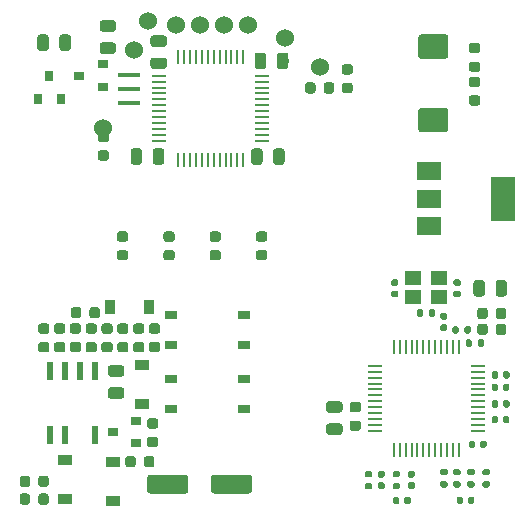
<source format=gbr>
%TF.GenerationSoftware,KiCad,Pcbnew,5.1.9+dfsg1-1*%
%TF.CreationDate,2022-05-19T12:27:24+03:00*%
%TF.ProjectId,Anemometr,416e656d-6f6d-4657-9472-2e6b69636164,rev?*%
%TF.SameCoordinates,Original*%
%TF.FileFunction,Soldermask,Top*%
%TF.FilePolarity,Negative*%
%FSLAX46Y46*%
G04 Gerber Fmt 4.6, Leading zero omitted, Abs format (unit mm)*
G04 Created by KiCad (PCBNEW 5.1.9+dfsg1-1) date 2022-05-19 12:27:24*
%MOMM*%
%LPD*%
G01*
G04 APERTURE LIST*
%ADD10C,1.000000*%
%ADD11R,1.400000X1.200000*%
%ADD12R,0.900000X0.800000*%
%ADD13R,0.800000X0.900000*%
%ADD14R,2.000000X1.500000*%
%ADD15R,2.000000X3.800000*%
%ADD16R,1.900000X0.400000*%
%ADD17C,1.524000*%
%ADD18R,0.250000X1.300000*%
%ADD19R,1.300000X0.250000*%
%ADD20R,1.000000X0.800000*%
%ADD21R,1.200000X0.900000*%
%ADD22R,0.600000X1.550000*%
%ADD23R,0.900000X1.200000*%
G04 APERTURE END LIST*
D10*
X43596800Y-64909700D02*
X43596800Y-64909700D01*
D11*
%TO.C,Y2*%
X54650000Y-83275000D03*
X56850000Y-83275000D03*
X56850000Y-84875000D03*
X54650000Y-84875000D03*
%TD*%
%TO.C,R18*%
G36*
G01*
X59730220Y-100018880D02*
X59360220Y-100018880D01*
G75*
G02*
X59225220Y-99883880I0J135000D01*
G01*
X59225220Y-99613880D01*
G75*
G02*
X59360220Y-99478880I135000J0D01*
G01*
X59730220Y-99478880D01*
G75*
G02*
X59865220Y-99613880I0J-135000D01*
G01*
X59865220Y-99883880D01*
G75*
G02*
X59730220Y-100018880I-135000J0D01*
G01*
G37*
G36*
G01*
X59730220Y-101038880D02*
X59360220Y-101038880D01*
G75*
G02*
X59225220Y-100903880I0J135000D01*
G01*
X59225220Y-100633880D01*
G75*
G02*
X59360220Y-100498880I135000J0D01*
G01*
X59730220Y-100498880D01*
G75*
G02*
X59865220Y-100633880I0J-135000D01*
G01*
X59865220Y-100903880D01*
G75*
G02*
X59730220Y-101038880I-135000J0D01*
G01*
G37*
%TD*%
%TO.C,R14*%
G36*
G01*
X51058660Y-100176360D02*
X50688660Y-100176360D01*
G75*
G02*
X50553660Y-100041360I0J135000D01*
G01*
X50553660Y-99771360D01*
G75*
G02*
X50688660Y-99636360I135000J0D01*
G01*
X51058660Y-99636360D01*
G75*
G02*
X51193660Y-99771360I0J-135000D01*
G01*
X51193660Y-100041360D01*
G75*
G02*
X51058660Y-100176360I-135000J0D01*
G01*
G37*
G36*
G01*
X51058660Y-101196360D02*
X50688660Y-101196360D01*
G75*
G02*
X50553660Y-101061360I0J135000D01*
G01*
X50553660Y-100791360D01*
G75*
G02*
X50688660Y-100656360I135000J0D01*
G01*
X51058660Y-100656360D01*
G75*
G02*
X51193660Y-100791360I0J-135000D01*
G01*
X51193660Y-101061360D01*
G75*
G02*
X51058660Y-101196360I-135000J0D01*
G01*
G37*
%TD*%
%TO.C,R12*%
G36*
G01*
X53413240Y-100176360D02*
X53043240Y-100176360D01*
G75*
G02*
X52908240Y-100041360I0J135000D01*
G01*
X52908240Y-99771360D01*
G75*
G02*
X53043240Y-99636360I135000J0D01*
G01*
X53413240Y-99636360D01*
G75*
G02*
X53548240Y-99771360I0J-135000D01*
G01*
X53548240Y-100041360D01*
G75*
G02*
X53413240Y-100176360I-135000J0D01*
G01*
G37*
G36*
G01*
X53413240Y-101196360D02*
X53043240Y-101196360D01*
G75*
G02*
X52908240Y-101061360I0J135000D01*
G01*
X52908240Y-100791360D01*
G75*
G02*
X53043240Y-100656360I135000J0D01*
G01*
X53413240Y-100656360D01*
G75*
G02*
X53548240Y-100791360I0J-135000D01*
G01*
X53548240Y-101061360D01*
G75*
G02*
X53413240Y-101196360I-135000J0D01*
G01*
G37*
%TD*%
%TO.C,R11*%
G36*
G01*
X57446760Y-100018880D02*
X57076760Y-100018880D01*
G75*
G02*
X56941760Y-99883880I0J135000D01*
G01*
X56941760Y-99613880D01*
G75*
G02*
X57076760Y-99478880I135000J0D01*
G01*
X57446760Y-99478880D01*
G75*
G02*
X57581760Y-99613880I0J-135000D01*
G01*
X57581760Y-99883880D01*
G75*
G02*
X57446760Y-100018880I-135000J0D01*
G01*
G37*
G36*
G01*
X57446760Y-101038880D02*
X57076760Y-101038880D01*
G75*
G02*
X56941760Y-100903880I0J135000D01*
G01*
X56941760Y-100633880D01*
G75*
G02*
X57076760Y-100498880I135000J0D01*
G01*
X57446760Y-100498880D01*
G75*
G02*
X57581760Y-100633880I0J-135000D01*
G01*
X57581760Y-100903880D01*
G75*
G02*
X57446760Y-101038880I-135000J0D01*
G01*
G37*
%TD*%
%TO.C,R10*%
G36*
G01*
X61020540Y-100018880D02*
X60650540Y-100018880D01*
G75*
G02*
X60515540Y-99883880I0J135000D01*
G01*
X60515540Y-99613880D01*
G75*
G02*
X60650540Y-99478880I135000J0D01*
G01*
X61020540Y-99478880D01*
G75*
G02*
X61155540Y-99613880I0J-135000D01*
G01*
X61155540Y-99883880D01*
G75*
G02*
X61020540Y-100018880I-135000J0D01*
G01*
G37*
G36*
G01*
X61020540Y-101038880D02*
X60650540Y-101038880D01*
G75*
G02*
X60515540Y-100903880I0J135000D01*
G01*
X60515540Y-100633880D01*
G75*
G02*
X60650540Y-100498880I135000J0D01*
G01*
X61020540Y-100498880D01*
G75*
G02*
X61155540Y-100633880I0J-135000D01*
G01*
X61155540Y-100903880D01*
G75*
G02*
X61020540Y-101038880I-135000J0D01*
G01*
G37*
%TD*%
%TO.C,R9*%
G36*
G01*
X58528800Y-100018880D02*
X58158800Y-100018880D01*
G75*
G02*
X58023800Y-99883880I0J135000D01*
G01*
X58023800Y-99613880D01*
G75*
G02*
X58158800Y-99478880I135000J0D01*
G01*
X58528800Y-99478880D01*
G75*
G02*
X58663800Y-99613880I0J-135000D01*
G01*
X58663800Y-99883880D01*
G75*
G02*
X58528800Y-100018880I-135000J0D01*
G01*
G37*
G36*
G01*
X58528800Y-101038880D02*
X58158800Y-101038880D01*
G75*
G02*
X58023800Y-100903880I0J135000D01*
G01*
X58023800Y-100633880D01*
G75*
G02*
X58158800Y-100498880I135000J0D01*
G01*
X58528800Y-100498880D01*
G75*
G02*
X58663800Y-100633880I0J-135000D01*
G01*
X58663800Y-100903880D01*
G75*
G02*
X58528800Y-101038880I-135000J0D01*
G01*
G37*
%TD*%
%TO.C,C26*%
G36*
G01*
X51780620Y-100596360D02*
X52120620Y-100596360D01*
G75*
G02*
X52260620Y-100736360I0J-140000D01*
G01*
X52260620Y-101016360D01*
G75*
G02*
X52120620Y-101156360I-140000J0D01*
G01*
X51780620Y-101156360D01*
G75*
G02*
X51640620Y-101016360I0J140000D01*
G01*
X51640620Y-100736360D01*
G75*
G02*
X51780620Y-100596360I140000J0D01*
G01*
G37*
G36*
G01*
X51780620Y-99636360D02*
X52120620Y-99636360D01*
G75*
G02*
X52260620Y-99776360I0J-140000D01*
G01*
X52260620Y-100056360D01*
G75*
G02*
X52120620Y-100196360I-140000J0D01*
G01*
X51780620Y-100196360D01*
G75*
G02*
X51640620Y-100056360I0J140000D01*
G01*
X51640620Y-99776360D01*
G75*
G02*
X51780620Y-99636360I140000J0D01*
G01*
G37*
%TD*%
%TO.C,C25*%
G36*
G01*
X54328240Y-100596360D02*
X54668240Y-100596360D01*
G75*
G02*
X54808240Y-100736360I0J-140000D01*
G01*
X54808240Y-101016360D01*
G75*
G02*
X54668240Y-101156360I-140000J0D01*
G01*
X54328240Y-101156360D01*
G75*
G02*
X54188240Y-101016360I0J140000D01*
G01*
X54188240Y-100736360D01*
G75*
G02*
X54328240Y-100596360I140000J0D01*
G01*
G37*
G36*
G01*
X54328240Y-99636360D02*
X54668240Y-99636360D01*
G75*
G02*
X54808240Y-99776360I0J-140000D01*
G01*
X54808240Y-100056360D01*
G75*
G02*
X54668240Y-100196360I-140000J0D01*
G01*
X54328240Y-100196360D01*
G75*
G02*
X54188240Y-100056360I0J140000D01*
G01*
X54188240Y-99776360D01*
G75*
G02*
X54328240Y-99636360I140000J0D01*
G01*
G37*
%TD*%
%TO.C,C20*%
G36*
G01*
X58885480Y-101960860D02*
X58885480Y-102300860D01*
G75*
G02*
X58745480Y-102440860I-140000J0D01*
G01*
X58465480Y-102440860D01*
G75*
G02*
X58325480Y-102300860I0J140000D01*
G01*
X58325480Y-101960860D01*
G75*
G02*
X58465480Y-101820860I140000J0D01*
G01*
X58745480Y-101820860D01*
G75*
G02*
X58885480Y-101960860I0J-140000D01*
G01*
G37*
G36*
G01*
X59845480Y-101960860D02*
X59845480Y-102300860D01*
G75*
G02*
X59705480Y-102440860I-140000J0D01*
G01*
X59425480Y-102440860D01*
G75*
G02*
X59285480Y-102300860I0J140000D01*
G01*
X59285480Y-101960860D01*
G75*
G02*
X59425480Y-101820860I140000J0D01*
G01*
X59705480Y-101820860D01*
G75*
G02*
X59845480Y-101960860I0J-140000D01*
G01*
G37*
%TD*%
%TO.C,C16*%
G36*
G01*
X53493060Y-101988800D02*
X53493060Y-102328800D01*
G75*
G02*
X53353060Y-102468800I-140000J0D01*
G01*
X53073060Y-102468800D01*
G75*
G02*
X52933060Y-102328800I0J140000D01*
G01*
X52933060Y-101988800D01*
G75*
G02*
X53073060Y-101848800I140000J0D01*
G01*
X53353060Y-101848800D01*
G75*
G02*
X53493060Y-101988800I0J-140000D01*
G01*
G37*
G36*
G01*
X54453060Y-101988800D02*
X54453060Y-102328800D01*
G75*
G02*
X54313060Y-102468800I-140000J0D01*
G01*
X54033060Y-102468800D01*
G75*
G02*
X53893060Y-102328800I0J140000D01*
G01*
X53893060Y-101988800D01*
G75*
G02*
X54033060Y-101848800I140000J0D01*
G01*
X54313060Y-101848800D01*
G75*
G02*
X54453060Y-101988800I0J-140000D01*
G01*
G37*
%TD*%
%TO.C,C43*%
G36*
G01*
X62252200Y-94124600D02*
X62252200Y-93784600D01*
G75*
G02*
X62392200Y-93644600I140000J0D01*
G01*
X62672200Y-93644600D01*
G75*
G02*
X62812200Y-93784600I0J-140000D01*
G01*
X62812200Y-94124600D01*
G75*
G02*
X62672200Y-94264600I-140000J0D01*
G01*
X62392200Y-94264600D01*
G75*
G02*
X62252200Y-94124600I0J140000D01*
G01*
G37*
G36*
G01*
X61292200Y-94124600D02*
X61292200Y-93784600D01*
G75*
G02*
X61432200Y-93644600I140000J0D01*
G01*
X61712200Y-93644600D01*
G75*
G02*
X61852200Y-93784600I0J-140000D01*
G01*
X61852200Y-94124600D01*
G75*
G02*
X61712200Y-94264600I-140000J0D01*
G01*
X61432200Y-94264600D01*
G75*
G02*
X61292200Y-94124600I0J140000D01*
G01*
G37*
%TD*%
%TO.C,C15*%
G36*
G01*
X50014850Y-96246400D02*
X49502350Y-96246400D01*
G75*
G02*
X49283600Y-96027650I0J218750D01*
G01*
X49283600Y-95590150D01*
G75*
G02*
X49502350Y-95371400I218750J0D01*
G01*
X50014850Y-95371400D01*
G75*
G02*
X50233600Y-95590150I0J-218750D01*
G01*
X50233600Y-96027650D01*
G75*
G02*
X50014850Y-96246400I-218750J0D01*
G01*
G37*
G36*
G01*
X50014850Y-94671400D02*
X49502350Y-94671400D01*
G75*
G02*
X49283600Y-94452650I0J218750D01*
G01*
X49283600Y-94015150D01*
G75*
G02*
X49502350Y-93796400I218750J0D01*
G01*
X50014850Y-93796400D01*
G75*
G02*
X50233600Y-94015150I0J-218750D01*
G01*
X50233600Y-94452650D01*
G75*
G02*
X50014850Y-94671400I-218750J0D01*
G01*
G37*
%TD*%
%TO.C,R1*%
G36*
G01*
X55485000Y-86090000D02*
X55485000Y-86460000D01*
G75*
G02*
X55350000Y-86595000I-135000J0D01*
G01*
X55080000Y-86595000D01*
G75*
G02*
X54945000Y-86460000I0J135000D01*
G01*
X54945000Y-86090000D01*
G75*
G02*
X55080000Y-85955000I135000J0D01*
G01*
X55350000Y-85955000D01*
G75*
G02*
X55485000Y-86090000I0J-135000D01*
G01*
G37*
G36*
G01*
X56505000Y-86090000D02*
X56505000Y-86460000D01*
G75*
G02*
X56370000Y-86595000I-135000J0D01*
G01*
X56100000Y-86595000D01*
G75*
G02*
X55965000Y-86460000I0J135000D01*
G01*
X55965000Y-86090000D01*
G75*
G02*
X56100000Y-85955000I135000J0D01*
G01*
X56370000Y-85955000D01*
G75*
G02*
X56505000Y-86090000I0J-135000D01*
G01*
G37*
%TD*%
%TO.C,C7*%
G36*
G01*
X58205000Y-84375000D02*
X58545000Y-84375000D01*
G75*
G02*
X58685000Y-84515000I0J-140000D01*
G01*
X58685000Y-84795000D01*
G75*
G02*
X58545000Y-84935000I-140000J0D01*
G01*
X58205000Y-84935000D01*
G75*
G02*
X58065000Y-84795000I0J140000D01*
G01*
X58065000Y-84515000D01*
G75*
G02*
X58205000Y-84375000I140000J0D01*
G01*
G37*
G36*
G01*
X58205000Y-83415000D02*
X58545000Y-83415000D01*
G75*
G02*
X58685000Y-83555000I0J-140000D01*
G01*
X58685000Y-83835000D01*
G75*
G02*
X58545000Y-83975000I-140000J0D01*
G01*
X58205000Y-83975000D01*
G75*
G02*
X58065000Y-83835000I0J140000D01*
G01*
X58065000Y-83555000D01*
G75*
G02*
X58205000Y-83415000I140000J0D01*
G01*
G37*
%TD*%
%TO.C,C4*%
G36*
G01*
X53270000Y-83975000D02*
X52930000Y-83975000D01*
G75*
G02*
X52790000Y-83835000I0J140000D01*
G01*
X52790000Y-83555000D01*
G75*
G02*
X52930000Y-83415000I140000J0D01*
G01*
X53270000Y-83415000D01*
G75*
G02*
X53410000Y-83555000I0J-140000D01*
G01*
X53410000Y-83835000D01*
G75*
G02*
X53270000Y-83975000I-140000J0D01*
G01*
G37*
G36*
G01*
X53270000Y-84935000D02*
X52930000Y-84935000D01*
G75*
G02*
X52790000Y-84795000I0J140000D01*
G01*
X52790000Y-84515000D01*
G75*
G02*
X52930000Y-84375000I140000J0D01*
G01*
X53270000Y-84375000D01*
G75*
G02*
X53410000Y-84515000I0J-140000D01*
G01*
X53410000Y-84795000D01*
G75*
G02*
X53270000Y-84935000I-140000J0D01*
G01*
G37*
%TD*%
%TO.C,C14*%
G36*
G01*
X57080000Y-87225000D02*
X57420000Y-87225000D01*
G75*
G02*
X57560000Y-87365000I0J-140000D01*
G01*
X57560000Y-87645000D01*
G75*
G02*
X57420000Y-87785000I-140000J0D01*
G01*
X57080000Y-87785000D01*
G75*
G02*
X56940000Y-87645000I0J140000D01*
G01*
X56940000Y-87365000D01*
G75*
G02*
X57080000Y-87225000I140000J0D01*
G01*
G37*
G36*
G01*
X57080000Y-86265000D02*
X57420000Y-86265000D01*
G75*
G02*
X57560000Y-86405000I0J-140000D01*
G01*
X57560000Y-86685000D01*
G75*
G02*
X57420000Y-86825000I-140000J0D01*
G01*
X57080000Y-86825000D01*
G75*
G02*
X56940000Y-86685000I0J140000D01*
G01*
X56940000Y-86405000D01*
G75*
G02*
X57080000Y-86265000I140000J0D01*
G01*
G37*
%TD*%
%TO.C,C28*%
G36*
G01*
X60314180Y-97553600D02*
X60314180Y-97213600D01*
G75*
G02*
X60454180Y-97073600I140000J0D01*
G01*
X60734180Y-97073600D01*
G75*
G02*
X60874180Y-97213600I0J-140000D01*
G01*
X60874180Y-97553600D01*
G75*
G02*
X60734180Y-97693600I-140000J0D01*
G01*
X60454180Y-97693600D01*
G75*
G02*
X60314180Y-97553600I0J140000D01*
G01*
G37*
G36*
G01*
X59354180Y-97553600D02*
X59354180Y-97213600D01*
G75*
G02*
X59494180Y-97073600I140000J0D01*
G01*
X59774180Y-97073600D01*
G75*
G02*
X59914180Y-97213600I0J-140000D01*
G01*
X59914180Y-97553600D01*
G75*
G02*
X59774180Y-97693600I-140000J0D01*
G01*
X59494180Y-97693600D01*
G75*
G02*
X59354180Y-97553600I0J140000D01*
G01*
G37*
%TD*%
%TO.C,R2*%
G36*
G01*
X58510000Y-87508500D02*
X58510000Y-87878500D01*
G75*
G02*
X58375000Y-88013500I-135000J0D01*
G01*
X58105000Y-88013500D01*
G75*
G02*
X57970000Y-87878500I0J135000D01*
G01*
X57970000Y-87508500D01*
G75*
G02*
X58105000Y-87373500I135000J0D01*
G01*
X58375000Y-87373500D01*
G75*
G02*
X58510000Y-87508500I0J-135000D01*
G01*
G37*
G36*
G01*
X59530000Y-87508500D02*
X59530000Y-87878500D01*
G75*
G02*
X59395000Y-88013500I-135000J0D01*
G01*
X59125000Y-88013500D01*
G75*
G02*
X58990000Y-87878500I0J135000D01*
G01*
X58990000Y-87508500D01*
G75*
G02*
X59125000Y-87373500I135000J0D01*
G01*
X59395000Y-87373500D01*
G75*
G02*
X59530000Y-87508500I0J-135000D01*
G01*
G37*
%TD*%
%TO.C,C39*%
G36*
G01*
X62250000Y-95470000D02*
X62250000Y-95130000D01*
G75*
G02*
X62390000Y-94990000I140000J0D01*
G01*
X62670000Y-94990000D01*
G75*
G02*
X62810000Y-95130000I0J-140000D01*
G01*
X62810000Y-95470000D01*
G75*
G02*
X62670000Y-95610000I-140000J0D01*
G01*
X62390000Y-95610000D01*
G75*
G02*
X62250000Y-95470000I0J140000D01*
G01*
G37*
G36*
G01*
X61290000Y-95470000D02*
X61290000Y-95130000D01*
G75*
G02*
X61430000Y-94990000I140000J0D01*
G01*
X61710000Y-94990000D01*
G75*
G02*
X61850000Y-95130000I0J-140000D01*
G01*
X61850000Y-95470000D01*
G75*
G02*
X61710000Y-95610000I-140000J0D01*
G01*
X61430000Y-95610000D01*
G75*
G02*
X61290000Y-95470000I0J140000D01*
G01*
G37*
%TD*%
%TO.C,R3*%
G36*
G01*
X59627800Y-88626100D02*
X59627800Y-88996100D01*
G75*
G02*
X59492800Y-89131100I-135000J0D01*
G01*
X59222800Y-89131100D01*
G75*
G02*
X59087800Y-88996100I0J135000D01*
G01*
X59087800Y-88626100D01*
G75*
G02*
X59222800Y-88491100I135000J0D01*
G01*
X59492800Y-88491100D01*
G75*
G02*
X59627800Y-88626100I0J-135000D01*
G01*
G37*
G36*
G01*
X60647800Y-88626100D02*
X60647800Y-88996100D01*
G75*
G02*
X60512800Y-89131100I-135000J0D01*
G01*
X60242800Y-89131100D01*
G75*
G02*
X60107800Y-88996100I0J135000D01*
G01*
X60107800Y-88626100D01*
G75*
G02*
X60242800Y-88491100I135000J0D01*
G01*
X60512800Y-88491100D01*
G75*
G02*
X60647800Y-88626100I0J-135000D01*
G01*
G37*
%TD*%
%TO.C,C12*%
G36*
G01*
X61850000Y-92380000D02*
X61850000Y-92720000D01*
G75*
G02*
X61710000Y-92860000I-140000J0D01*
G01*
X61430000Y-92860000D01*
G75*
G02*
X61290000Y-92720000I0J140000D01*
G01*
X61290000Y-92380000D01*
G75*
G02*
X61430000Y-92240000I140000J0D01*
G01*
X61710000Y-92240000D01*
G75*
G02*
X61850000Y-92380000I0J-140000D01*
G01*
G37*
G36*
G01*
X62810000Y-92380000D02*
X62810000Y-92720000D01*
G75*
G02*
X62670000Y-92860000I-140000J0D01*
G01*
X62390000Y-92860000D01*
G75*
G02*
X62250000Y-92720000I0J140000D01*
G01*
X62250000Y-92380000D01*
G75*
G02*
X62390000Y-92240000I140000J0D01*
G01*
X62670000Y-92240000D01*
G75*
G02*
X62810000Y-92380000I0J-140000D01*
G01*
G37*
%TD*%
%TO.C,C10*%
G36*
G01*
X61852200Y-91330000D02*
X61852200Y-91670000D01*
G75*
G02*
X61712200Y-91810000I-140000J0D01*
G01*
X61432200Y-91810000D01*
G75*
G02*
X61292200Y-91670000I0J140000D01*
G01*
X61292200Y-91330000D01*
G75*
G02*
X61432200Y-91190000I140000J0D01*
G01*
X61712200Y-91190000D01*
G75*
G02*
X61852200Y-91330000I0J-140000D01*
G01*
G37*
G36*
G01*
X62812200Y-91330000D02*
X62812200Y-91670000D01*
G75*
G02*
X62672200Y-91810000I-140000J0D01*
G01*
X62392200Y-91810000D01*
G75*
G02*
X62252200Y-91670000I0J140000D01*
G01*
X62252200Y-91330000D01*
G75*
G02*
X62392200Y-91190000I140000J0D01*
G01*
X62672200Y-91190000D01*
G75*
G02*
X62812200Y-91330000I0J-140000D01*
G01*
G37*
%TD*%
%TO.C,D4*%
G36*
G01*
X48816550Y-66773540D02*
X49329050Y-66773540D01*
G75*
G02*
X49547800Y-66992290I0J-218750D01*
G01*
X49547800Y-67429790D01*
G75*
G02*
X49329050Y-67648540I-218750J0D01*
G01*
X48816550Y-67648540D01*
G75*
G02*
X48597800Y-67429790I0J218750D01*
G01*
X48597800Y-66992290D01*
G75*
G02*
X48816550Y-66773540I218750J0D01*
G01*
G37*
G36*
G01*
X48816550Y-65198540D02*
X49329050Y-65198540D01*
G75*
G02*
X49547800Y-65417290I0J-218750D01*
G01*
X49547800Y-65854790D01*
G75*
G02*
X49329050Y-66073540I-218750J0D01*
G01*
X48816550Y-66073540D01*
G75*
G02*
X48597800Y-65854790I0J218750D01*
G01*
X48597800Y-65417290D01*
G75*
G02*
X48816550Y-65198540I218750J0D01*
G01*
G37*
%TD*%
%TO.C,R15*%
G36*
G01*
X60106250Y-65850000D02*
X59593750Y-65850000D01*
G75*
G02*
X59375000Y-65631250I0J218750D01*
G01*
X59375000Y-65193750D01*
G75*
G02*
X59593750Y-64975000I218750J0D01*
G01*
X60106250Y-64975000D01*
G75*
G02*
X60325000Y-65193750I0J-218750D01*
G01*
X60325000Y-65631250D01*
G75*
G02*
X60106250Y-65850000I-218750J0D01*
G01*
G37*
G36*
G01*
X60106250Y-64275000D02*
X59593750Y-64275000D01*
G75*
G02*
X59375000Y-64056250I0J218750D01*
G01*
X59375000Y-63618750D01*
G75*
G02*
X59593750Y-63400000I218750J0D01*
G01*
X60106250Y-63400000D01*
G75*
G02*
X60325000Y-63618750I0J-218750D01*
G01*
X60325000Y-64056250D01*
G75*
G02*
X60106250Y-64275000I-218750J0D01*
G01*
G37*
%TD*%
%TO.C,D5*%
G36*
G01*
X60106250Y-67125000D02*
X59593750Y-67125000D01*
G75*
G02*
X59375000Y-66906250I0J218750D01*
G01*
X59375000Y-66468750D01*
G75*
G02*
X59593750Y-66250000I218750J0D01*
G01*
X60106250Y-66250000D01*
G75*
G02*
X60325000Y-66468750I0J-218750D01*
G01*
X60325000Y-66906250D01*
G75*
G02*
X60106250Y-67125000I-218750J0D01*
G01*
G37*
G36*
G01*
X60106250Y-68700000D02*
X59593750Y-68700000D01*
G75*
G02*
X59375000Y-68481250I0J218750D01*
G01*
X59375000Y-68043750D01*
G75*
G02*
X59593750Y-67825000I218750J0D01*
G01*
X60106250Y-67825000D01*
G75*
G02*
X60325000Y-68043750I0J-218750D01*
G01*
X60325000Y-68481250D01*
G75*
G02*
X60106250Y-68700000I-218750J0D01*
G01*
G37*
%TD*%
%TO.C,C58*%
G36*
G01*
X55332520Y-68894780D02*
X57382520Y-68894780D01*
G75*
G02*
X57632520Y-69144780I0J-250000D01*
G01*
X57632520Y-70719780D01*
G75*
G02*
X57382520Y-70969780I-250000J0D01*
G01*
X55332520Y-70969780D01*
G75*
G02*
X55082520Y-70719780I0J250000D01*
G01*
X55082520Y-69144780D01*
G75*
G02*
X55332520Y-68894780I250000J0D01*
G01*
G37*
G36*
G01*
X55332520Y-62669780D02*
X57382520Y-62669780D01*
G75*
G02*
X57632520Y-62919780I0J-250000D01*
G01*
X57632520Y-64494780D01*
G75*
G02*
X57382520Y-64744780I-250000J0D01*
G01*
X55332520Y-64744780D01*
G75*
G02*
X55082520Y-64494780I0J250000D01*
G01*
X55082520Y-62919780D01*
G75*
G02*
X55332520Y-62669780I250000J0D01*
G01*
G37*
%TD*%
D12*
%TO.C,U9*%
X26378660Y-66164460D03*
X28378660Y-65214460D03*
X28378660Y-67114460D03*
%TD*%
D13*
%TO.C,U7*%
X23850000Y-66175000D03*
X24800000Y-68175000D03*
X22900000Y-68175000D03*
%TD*%
%TO.C,C56*%
G36*
G01*
X61628440Y-84621690D02*
X61628440Y-83709190D01*
G75*
G02*
X61872190Y-83465440I243750J0D01*
G01*
X62359690Y-83465440D01*
G75*
G02*
X62603440Y-83709190I0J-243750D01*
G01*
X62603440Y-84621690D01*
G75*
G02*
X62359690Y-84865440I-243750J0D01*
G01*
X61872190Y-84865440D01*
G75*
G02*
X61628440Y-84621690I0J243750D01*
G01*
G37*
G36*
G01*
X59753440Y-84621690D02*
X59753440Y-83709190D01*
G75*
G02*
X59997190Y-83465440I243750J0D01*
G01*
X60484690Y-83465440D01*
G75*
G02*
X60728440Y-83709190I0J-243750D01*
G01*
X60728440Y-84621690D01*
G75*
G02*
X60484690Y-84865440I-243750J0D01*
G01*
X59997190Y-84865440D01*
G75*
G02*
X59753440Y-84621690I0J243750D01*
G01*
G37*
%TD*%
D14*
%TO.C,U6*%
X55978660Y-74281000D03*
X55978660Y-78881000D03*
X55978660Y-76581000D03*
D15*
X62278660Y-76581000D03*
%TD*%
D16*
%TO.C,Y1*%
X30594300Y-68471900D03*
X30594300Y-67271900D03*
X30594300Y-66071900D03*
%TD*%
D17*
%TO.C,J7*%
X32207200Y-61531500D03*
%TD*%
%TO.C,R4*%
G36*
G01*
X46386000Y-66952150D02*
X46386000Y-67464650D01*
G75*
G02*
X46167250Y-67683400I-218750J0D01*
G01*
X45729750Y-67683400D01*
G75*
G02*
X45511000Y-67464650I0J218750D01*
G01*
X45511000Y-66952150D01*
G75*
G02*
X45729750Y-66733400I218750J0D01*
G01*
X46167250Y-66733400D01*
G75*
G02*
X46386000Y-66952150I0J-218750D01*
G01*
G37*
G36*
G01*
X47961000Y-66952150D02*
X47961000Y-67464650D01*
G75*
G02*
X47742250Y-67683400I-218750J0D01*
G01*
X47304750Y-67683400D01*
G75*
G02*
X47086000Y-67464650I0J218750D01*
G01*
X47086000Y-66952150D01*
G75*
G02*
X47304750Y-66733400I218750J0D01*
G01*
X47742250Y-66733400D01*
G75*
G02*
X47961000Y-66952150I0J-218750D01*
G01*
G37*
%TD*%
D18*
%TO.C,D3*%
X53015700Y-97834700D03*
X53515700Y-97834700D03*
X54015700Y-97834700D03*
X54515700Y-97834700D03*
X55015700Y-97834700D03*
X55515700Y-97834700D03*
X56015700Y-97834700D03*
X56515700Y-97834700D03*
X57015700Y-97834700D03*
X57515700Y-97834700D03*
X58015700Y-97834700D03*
X58515700Y-97834700D03*
D19*
X60115700Y-96234700D03*
X60115700Y-95734700D03*
X60115700Y-95234700D03*
X60115700Y-94734700D03*
X60115700Y-94234700D03*
X60115700Y-93734700D03*
X60115700Y-93234700D03*
X60115700Y-92734700D03*
X60115700Y-92234700D03*
X60115700Y-91734700D03*
X60115700Y-91234700D03*
X60115700Y-90734700D03*
D18*
X58515700Y-89134700D03*
X58015700Y-89134700D03*
X57515700Y-89134700D03*
X57015700Y-89134700D03*
X56515700Y-89134700D03*
X56015700Y-89134700D03*
X55515700Y-89134700D03*
X55015700Y-89134700D03*
X54515700Y-89134700D03*
X54015700Y-89134700D03*
X53515700Y-89134700D03*
X53015700Y-89134700D03*
D19*
X51415700Y-90734700D03*
X51415700Y-91234700D03*
X51415700Y-91734700D03*
X51415700Y-92234700D03*
X51415700Y-92734700D03*
X51415700Y-93234700D03*
X51415700Y-93734700D03*
X51415700Y-94234700D03*
X51415700Y-94734700D03*
X51415700Y-95234700D03*
X51415700Y-95734700D03*
X51415700Y-96234700D03*
%TD*%
%TO.C,C3*%
G36*
G01*
X28686470Y-73361000D02*
X28173970Y-73361000D01*
G75*
G02*
X27955220Y-73142250I0J218750D01*
G01*
X27955220Y-72704750D01*
G75*
G02*
X28173970Y-72486000I218750J0D01*
G01*
X28686470Y-72486000D01*
G75*
G02*
X28905220Y-72704750I0J-218750D01*
G01*
X28905220Y-73142250D01*
G75*
G02*
X28686470Y-73361000I-218750J0D01*
G01*
G37*
G36*
G01*
X28686470Y-71786000D02*
X28173970Y-71786000D01*
G75*
G02*
X27955220Y-71567250I0J218750D01*
G01*
X27955220Y-71129750D01*
G75*
G02*
X28173970Y-70911000I218750J0D01*
G01*
X28686470Y-70911000D01*
G75*
G02*
X28905220Y-71129750I0J-218750D01*
G01*
X28905220Y-71567250D01*
G75*
G02*
X28686470Y-71786000I-218750J0D01*
G01*
G37*
%TD*%
D17*
%TO.C,J6*%
X31000000Y-64025000D03*
%TD*%
%TO.C,J4*%
X34556700Y-61887100D03*
%TD*%
%TO.C,J3*%
X36584466Y-61887100D03*
%TD*%
%TO.C,R24*%
G36*
G01*
X32844450Y-97630700D02*
X32331950Y-97630700D01*
G75*
G02*
X32113200Y-97411950I0J218750D01*
G01*
X32113200Y-96974450D01*
G75*
G02*
X32331950Y-96755700I218750J0D01*
G01*
X32844450Y-96755700D01*
G75*
G02*
X33063200Y-96974450I0J-218750D01*
G01*
X33063200Y-97411950D01*
G75*
G02*
X32844450Y-97630700I-218750J0D01*
G01*
G37*
G36*
G01*
X32844450Y-96055700D02*
X32331950Y-96055700D01*
G75*
G02*
X32113200Y-95836950I0J218750D01*
G01*
X32113200Y-95399450D01*
G75*
G02*
X32331950Y-95180700I218750J0D01*
G01*
X32844450Y-95180700D01*
G75*
G02*
X33063200Y-95399450I0J-218750D01*
G01*
X33063200Y-95836950D01*
G75*
G02*
X32844450Y-96055700I-218750J0D01*
G01*
G37*
%TD*%
%TO.C,R21*%
G36*
G01*
X27141682Y-87147500D02*
X27654182Y-87147500D01*
G75*
G02*
X27872932Y-87366250I0J-218750D01*
G01*
X27872932Y-87803750D01*
G75*
G02*
X27654182Y-88022500I-218750J0D01*
G01*
X27141682Y-88022500D01*
G75*
G02*
X26922932Y-87803750I0J218750D01*
G01*
X26922932Y-87366250D01*
G75*
G02*
X27141682Y-87147500I218750J0D01*
G01*
G37*
G36*
G01*
X27141682Y-88722500D02*
X27654182Y-88722500D01*
G75*
G02*
X27872932Y-88941250I0J-218750D01*
G01*
X27872932Y-89378750D01*
G75*
G02*
X27654182Y-89597500I-218750J0D01*
G01*
X27141682Y-89597500D01*
G75*
G02*
X26922932Y-89378750I0J218750D01*
G01*
X26922932Y-88941250D01*
G75*
G02*
X27141682Y-88722500I218750J0D01*
G01*
G37*
%TD*%
%TO.C,R28*%
G36*
G01*
X23637356Y-89597500D02*
X23124856Y-89597500D01*
G75*
G02*
X22906106Y-89378750I0J218750D01*
G01*
X22906106Y-88941250D01*
G75*
G02*
X23124856Y-88722500I218750J0D01*
G01*
X23637356Y-88722500D01*
G75*
G02*
X23856106Y-88941250I0J-218750D01*
G01*
X23856106Y-89378750D01*
G75*
G02*
X23637356Y-89597500I-218750J0D01*
G01*
G37*
G36*
G01*
X23637356Y-88022500D02*
X23124856Y-88022500D01*
G75*
G02*
X22906106Y-87803750I0J218750D01*
G01*
X22906106Y-87366250D01*
G75*
G02*
X23124856Y-87147500I218750J0D01*
G01*
X23637356Y-87147500D01*
G75*
G02*
X23856106Y-87366250I0J-218750D01*
G01*
X23856106Y-87803750D01*
G75*
G02*
X23637356Y-88022500I-218750J0D01*
G01*
G37*
%TD*%
%TO.C,R22*%
G36*
G01*
X26315240Y-89597500D02*
X25802740Y-89597500D01*
G75*
G02*
X25583990Y-89378750I0J218750D01*
G01*
X25583990Y-88941250D01*
G75*
G02*
X25802740Y-88722500I218750J0D01*
G01*
X26315240Y-88722500D01*
G75*
G02*
X26533990Y-88941250I0J-218750D01*
G01*
X26533990Y-89378750D01*
G75*
G02*
X26315240Y-89597500I-218750J0D01*
G01*
G37*
G36*
G01*
X26315240Y-88022500D02*
X25802740Y-88022500D01*
G75*
G02*
X25583990Y-87803750I0J218750D01*
G01*
X25583990Y-87366250D01*
G75*
G02*
X25802740Y-87147500I218750J0D01*
G01*
X26315240Y-87147500D01*
G75*
G02*
X26533990Y-87366250I0J-218750D01*
G01*
X26533990Y-87803750D01*
G75*
G02*
X26315240Y-88022500I-218750J0D01*
G01*
G37*
%TD*%
D20*
%TO.C,D15*%
X40336800Y-88988900D03*
X40336800Y-86448900D03*
X34186800Y-86448900D03*
X34186800Y-88988900D03*
%TD*%
%TO.C,R30*%
G36*
G01*
X32497450Y-87147500D02*
X33009950Y-87147500D01*
G75*
G02*
X33228700Y-87366250I0J-218750D01*
G01*
X33228700Y-87803750D01*
G75*
G02*
X33009950Y-88022500I-218750J0D01*
G01*
X32497450Y-88022500D01*
G75*
G02*
X32278700Y-87803750I0J218750D01*
G01*
X32278700Y-87366250D01*
G75*
G02*
X32497450Y-87147500I218750J0D01*
G01*
G37*
G36*
G01*
X32497450Y-88722500D02*
X33009950Y-88722500D01*
G75*
G02*
X33228700Y-88941250I0J-218750D01*
G01*
X33228700Y-89378750D01*
G75*
G02*
X33009950Y-89597500I-218750J0D01*
G01*
X32497450Y-89597500D01*
G75*
G02*
X32278700Y-89378750I0J218750D01*
G01*
X32278700Y-88941250D01*
G75*
G02*
X32497450Y-88722500I218750J0D01*
G01*
G37*
%TD*%
%TO.C,R23*%
G36*
G01*
X32733700Y-98600550D02*
X32733700Y-99113050D01*
G75*
G02*
X32514950Y-99331800I-218750J0D01*
G01*
X32077450Y-99331800D01*
G75*
G02*
X31858700Y-99113050I0J218750D01*
G01*
X31858700Y-98600550D01*
G75*
G02*
X32077450Y-98381800I218750J0D01*
G01*
X32514950Y-98381800D01*
G75*
G02*
X32733700Y-98600550I0J-218750D01*
G01*
G37*
G36*
G01*
X31158700Y-98600550D02*
X31158700Y-99113050D01*
G75*
G02*
X30939950Y-99331800I-218750J0D01*
G01*
X30502450Y-99331800D01*
G75*
G02*
X30283700Y-99113050I0J218750D01*
G01*
X30283700Y-98600550D01*
G75*
G02*
X30502450Y-98381800I218750J0D01*
G01*
X30939950Y-98381800D01*
G75*
G02*
X31158700Y-98600550I0J-218750D01*
G01*
G37*
%TD*%
D12*
%TO.C,Q1*%
X31226000Y-97266800D03*
X31226000Y-95366800D03*
X29226000Y-96316800D03*
%TD*%
D21*
%TO.C,D9*%
X31661100Y-93953600D03*
X31661100Y-90653600D03*
%TD*%
%TO.C,D6*%
X29210000Y-102157800D03*
X29210000Y-98857800D03*
%TD*%
%TO.C,C29*%
G36*
G01*
X24976298Y-89597500D02*
X24463798Y-89597500D01*
G75*
G02*
X24245048Y-89378750I0J218750D01*
G01*
X24245048Y-88941250D01*
G75*
G02*
X24463798Y-88722500I218750J0D01*
G01*
X24976298Y-88722500D01*
G75*
G02*
X25195048Y-88941250I0J-218750D01*
G01*
X25195048Y-89378750D01*
G75*
G02*
X24976298Y-89597500I-218750J0D01*
G01*
G37*
G36*
G01*
X24976298Y-88022500D02*
X24463798Y-88022500D01*
G75*
G02*
X24245048Y-87803750I0J218750D01*
G01*
X24245048Y-87366250D01*
G75*
G02*
X24463798Y-87147500I218750J0D01*
G01*
X24976298Y-87147500D01*
G75*
G02*
X25195048Y-87366250I0J-218750D01*
G01*
X25195048Y-87803750D01*
G75*
G02*
X24976298Y-88022500I-218750J0D01*
G01*
G37*
%TD*%
%TO.C,C19*%
G36*
G01*
X41026000Y-100199100D02*
X41026000Y-101299100D01*
G75*
G02*
X40776000Y-101549100I-250000J0D01*
G01*
X37776000Y-101549100D01*
G75*
G02*
X37526000Y-101299100I0J250000D01*
G01*
X37526000Y-100199100D01*
G75*
G02*
X37776000Y-99949100I250000J0D01*
G01*
X40776000Y-99949100D01*
G75*
G02*
X41026000Y-100199100I0J-250000D01*
G01*
G37*
G36*
G01*
X35626000Y-100199100D02*
X35626000Y-101299100D01*
G75*
G02*
X35376000Y-101549100I-250000J0D01*
G01*
X32376000Y-101549100D01*
G75*
G02*
X32126000Y-101299100I0J250000D01*
G01*
X32126000Y-100199100D01*
G75*
G02*
X32376000Y-99949100I250000J0D01*
G01*
X35376000Y-99949100D01*
G75*
G02*
X35626000Y-100199100I0J-250000D01*
G01*
G37*
%TD*%
%TO.C,R8*%
G36*
G01*
X42074810Y-81811580D02*
X41562310Y-81811580D01*
G75*
G02*
X41343560Y-81592830I0J218750D01*
G01*
X41343560Y-81155330D01*
G75*
G02*
X41562310Y-80936580I218750J0D01*
G01*
X42074810Y-80936580D01*
G75*
G02*
X42293560Y-81155330I0J-218750D01*
G01*
X42293560Y-81592830D01*
G75*
G02*
X42074810Y-81811580I-218750J0D01*
G01*
G37*
G36*
G01*
X42074810Y-80236580D02*
X41562310Y-80236580D01*
G75*
G02*
X41343560Y-80017830I0J218750D01*
G01*
X41343560Y-79580330D01*
G75*
G02*
X41562310Y-79361580I218750J0D01*
G01*
X42074810Y-79361580D01*
G75*
G02*
X42293560Y-79580330I0J-218750D01*
G01*
X42293560Y-80017830D01*
G75*
G02*
X42074810Y-80236580I-218750J0D01*
G01*
G37*
%TD*%
%TO.C,R7*%
G36*
G01*
X38158130Y-81811580D02*
X37645630Y-81811580D01*
G75*
G02*
X37426880Y-81592830I0J218750D01*
G01*
X37426880Y-81155330D01*
G75*
G02*
X37645630Y-80936580I218750J0D01*
G01*
X38158130Y-80936580D01*
G75*
G02*
X38376880Y-81155330I0J-218750D01*
G01*
X38376880Y-81592830D01*
G75*
G02*
X38158130Y-81811580I-218750J0D01*
G01*
G37*
G36*
G01*
X38158130Y-80236580D02*
X37645630Y-80236580D01*
G75*
G02*
X37426880Y-80017830I0J218750D01*
G01*
X37426880Y-79580330D01*
G75*
G02*
X37645630Y-79361580I218750J0D01*
G01*
X38158130Y-79361580D01*
G75*
G02*
X38376880Y-79580330I0J-218750D01*
G01*
X38376880Y-80017830D01*
G75*
G02*
X38158130Y-80236580I-218750J0D01*
G01*
G37*
%TD*%
%TO.C,R6*%
G36*
G01*
X34243990Y-81811580D02*
X33731490Y-81811580D01*
G75*
G02*
X33512740Y-81592830I0J218750D01*
G01*
X33512740Y-81155330D01*
G75*
G02*
X33731490Y-80936580I218750J0D01*
G01*
X34243990Y-80936580D01*
G75*
G02*
X34462740Y-81155330I0J-218750D01*
G01*
X34462740Y-81592830D01*
G75*
G02*
X34243990Y-81811580I-218750J0D01*
G01*
G37*
G36*
G01*
X34243990Y-80236580D02*
X33731490Y-80236580D01*
G75*
G02*
X33512740Y-80017830I0J218750D01*
G01*
X33512740Y-79580330D01*
G75*
G02*
X33731490Y-79361580I218750J0D01*
G01*
X34243990Y-79361580D01*
G75*
G02*
X34462740Y-79580330I0J-218750D01*
G01*
X34462740Y-80017830D01*
G75*
G02*
X34243990Y-80236580I-218750J0D01*
G01*
G37*
%TD*%
%TO.C,R5*%
G36*
G01*
X30301910Y-81811580D02*
X29789410Y-81811580D01*
G75*
G02*
X29570660Y-81592830I0J218750D01*
G01*
X29570660Y-81155330D01*
G75*
G02*
X29789410Y-80936580I218750J0D01*
G01*
X30301910Y-80936580D01*
G75*
G02*
X30520660Y-81155330I0J-218750D01*
G01*
X30520660Y-81592830D01*
G75*
G02*
X30301910Y-81811580I-218750J0D01*
G01*
G37*
G36*
G01*
X30301910Y-80236580D02*
X29789410Y-80236580D01*
G75*
G02*
X29570660Y-80017830I0J218750D01*
G01*
X29570660Y-79580330D01*
G75*
G02*
X29789410Y-79361580I218750J0D01*
G01*
X30301910Y-79361580D01*
G75*
G02*
X30520660Y-79580330I0J-218750D01*
G01*
X30520660Y-80017830D01*
G75*
G02*
X30301910Y-80236580I-218750J0D01*
G01*
G37*
%TD*%
%TO.C,R34*%
G36*
G01*
X21342900Y-100781830D02*
X21342900Y-100269330D01*
G75*
G02*
X21561650Y-100050580I218750J0D01*
G01*
X21999150Y-100050580D01*
G75*
G02*
X22217900Y-100269330I0J-218750D01*
G01*
X22217900Y-100781830D01*
G75*
G02*
X21999150Y-101000580I-218750J0D01*
G01*
X21561650Y-101000580D01*
G75*
G02*
X21342900Y-100781830I0J218750D01*
G01*
G37*
G36*
G01*
X22917900Y-100781830D02*
X22917900Y-100269330D01*
G75*
G02*
X23136650Y-100050580I218750J0D01*
G01*
X23574150Y-100050580D01*
G75*
G02*
X23792900Y-100269330I0J-218750D01*
G01*
X23792900Y-100781830D01*
G75*
G02*
X23574150Y-101000580I-218750J0D01*
G01*
X23136650Y-101000580D01*
G75*
G02*
X22917900Y-100781830I0J218750D01*
G01*
G37*
%TD*%
%TO.C,R27*%
G36*
G01*
X28993124Y-89597500D02*
X28480624Y-89597500D01*
G75*
G02*
X28261874Y-89378750I0J218750D01*
G01*
X28261874Y-88941250D01*
G75*
G02*
X28480624Y-88722500I218750J0D01*
G01*
X28993124Y-88722500D01*
G75*
G02*
X29211874Y-88941250I0J-218750D01*
G01*
X29211874Y-89378750D01*
G75*
G02*
X28993124Y-89597500I-218750J0D01*
G01*
G37*
G36*
G01*
X28993124Y-88022500D02*
X28480624Y-88022500D01*
G75*
G02*
X28261874Y-87803750I0J218750D01*
G01*
X28261874Y-87366250D01*
G75*
G02*
X28480624Y-87147500I218750J0D01*
G01*
X28993124Y-87147500D01*
G75*
G02*
X29211874Y-87366250I0J-218750D01*
G01*
X29211874Y-87803750D01*
G75*
G02*
X28993124Y-88022500I-218750J0D01*
G01*
G37*
%TD*%
%TO.C,R26*%
G36*
G01*
X29819566Y-87147500D02*
X30332066Y-87147500D01*
G75*
G02*
X30550816Y-87366250I0J-218750D01*
G01*
X30550816Y-87803750D01*
G75*
G02*
X30332066Y-88022500I-218750J0D01*
G01*
X29819566Y-88022500D01*
G75*
G02*
X29600816Y-87803750I0J218750D01*
G01*
X29600816Y-87366250D01*
G75*
G02*
X29819566Y-87147500I218750J0D01*
G01*
G37*
G36*
G01*
X29819566Y-88722500D02*
X30332066Y-88722500D01*
G75*
G02*
X30550816Y-88941250I0J-218750D01*
G01*
X30550816Y-89378750D01*
G75*
G02*
X30332066Y-89597500I-218750J0D01*
G01*
X29819566Y-89597500D01*
G75*
G02*
X29600816Y-89378750I0J218750D01*
G01*
X29600816Y-88941250D01*
G75*
G02*
X29819566Y-88722500I218750J0D01*
G01*
G37*
%TD*%
%TO.C,R19*%
G36*
G01*
X31158508Y-87147500D02*
X31671008Y-87147500D01*
G75*
G02*
X31889758Y-87366250I0J-218750D01*
G01*
X31889758Y-87803750D01*
G75*
G02*
X31671008Y-88022500I-218750J0D01*
G01*
X31158508Y-88022500D01*
G75*
G02*
X30939758Y-87803750I0J218750D01*
G01*
X30939758Y-87366250D01*
G75*
G02*
X31158508Y-87147500I218750J0D01*
G01*
G37*
G36*
G01*
X31158508Y-88722500D02*
X31671008Y-88722500D01*
G75*
G02*
X31889758Y-88941250I0J-218750D01*
G01*
X31889758Y-89378750D01*
G75*
G02*
X31671008Y-89597500I-218750J0D01*
G01*
X31158508Y-89597500D01*
G75*
G02*
X30939758Y-89378750I0J218750D01*
G01*
X30939758Y-88941250D01*
G75*
G02*
X31158508Y-88722500I218750J0D01*
G01*
G37*
%TD*%
%TO.C,C44*%
G36*
G01*
X21342900Y-102275350D02*
X21342900Y-101762850D01*
G75*
G02*
X21561650Y-101544100I218750J0D01*
G01*
X21999150Y-101544100D01*
G75*
G02*
X22217900Y-101762850I0J-218750D01*
G01*
X22217900Y-102275350D01*
G75*
G02*
X21999150Y-102494100I-218750J0D01*
G01*
X21561650Y-102494100D01*
G75*
G02*
X21342900Y-102275350I0J218750D01*
G01*
G37*
G36*
G01*
X22917900Y-102275350D02*
X22917900Y-101762850D01*
G75*
G02*
X23136650Y-101544100I218750J0D01*
G01*
X23574150Y-101544100D01*
G75*
G02*
X23792900Y-101762850I0J-218750D01*
G01*
X23792900Y-102275350D01*
G75*
G02*
X23574150Y-102494100I-218750J0D01*
G01*
X23136650Y-102494100D01*
G75*
G02*
X22917900Y-102275350I0J218750D01*
G01*
G37*
%TD*%
%TO.C,C33*%
G36*
G01*
X28124000Y-85982650D02*
X28124000Y-86495150D01*
G75*
G02*
X27905250Y-86713900I-218750J0D01*
G01*
X27467750Y-86713900D01*
G75*
G02*
X27249000Y-86495150I0J218750D01*
G01*
X27249000Y-85982650D01*
G75*
G02*
X27467750Y-85763900I218750J0D01*
G01*
X27905250Y-85763900D01*
G75*
G02*
X28124000Y-85982650I0J-218750D01*
G01*
G37*
G36*
G01*
X26549000Y-85982650D02*
X26549000Y-86495150D01*
G75*
G02*
X26330250Y-86713900I-218750J0D01*
G01*
X25892750Y-86713900D01*
G75*
G02*
X25674000Y-86495150I0J218750D01*
G01*
X25674000Y-85982650D01*
G75*
G02*
X25892750Y-85763900I218750J0D01*
G01*
X26330250Y-85763900D01*
G75*
G02*
X26549000Y-85982650I0J-218750D01*
G01*
G37*
%TD*%
%TO.C,D1*%
G36*
G01*
X60080440Y-86556250D02*
X60080440Y-86043750D01*
G75*
G02*
X60299190Y-85825000I218750J0D01*
G01*
X60736690Y-85825000D01*
G75*
G02*
X60955440Y-86043750I0J-218750D01*
G01*
X60955440Y-86556250D01*
G75*
G02*
X60736690Y-86775000I-218750J0D01*
G01*
X60299190Y-86775000D01*
G75*
G02*
X60080440Y-86556250I0J218750D01*
G01*
G37*
G36*
G01*
X61655440Y-86556250D02*
X61655440Y-86043750D01*
G75*
G02*
X61874190Y-85825000I218750J0D01*
G01*
X62311690Y-85825000D01*
G75*
G02*
X62530440Y-86043750I0J-218750D01*
G01*
X62530440Y-86556250D01*
G75*
G02*
X62311690Y-86775000I-218750J0D01*
G01*
X61874190Y-86775000D01*
G75*
G02*
X61655440Y-86556250I0J218750D01*
G01*
G37*
%TD*%
%TO.C,D2*%
G36*
G01*
X60080440Y-87898950D02*
X60080440Y-87386450D01*
G75*
G02*
X60299190Y-87167700I218750J0D01*
G01*
X60736690Y-87167700D01*
G75*
G02*
X60955440Y-87386450I0J-218750D01*
G01*
X60955440Y-87898950D01*
G75*
G02*
X60736690Y-88117700I-218750J0D01*
G01*
X60299190Y-88117700D01*
G75*
G02*
X60080440Y-87898950I0J218750D01*
G01*
G37*
G36*
G01*
X61655440Y-87898950D02*
X61655440Y-87386450D01*
G75*
G02*
X61874190Y-87167700I218750J0D01*
G01*
X62311690Y-87167700D01*
G75*
G02*
X62530440Y-87386450I0J-218750D01*
G01*
X62530440Y-87898950D01*
G75*
G02*
X62311690Y-88117700I-218750J0D01*
G01*
X61874190Y-88117700D01*
G75*
G02*
X61655440Y-87898950I0J218750D01*
G01*
G37*
%TD*%
%TO.C,L1*%
G36*
G01*
X47524350Y-93736100D02*
X48436850Y-93736100D01*
G75*
G02*
X48680600Y-93979850I0J-243750D01*
G01*
X48680600Y-94467350D01*
G75*
G02*
X48436850Y-94711100I-243750J0D01*
G01*
X47524350Y-94711100D01*
G75*
G02*
X47280600Y-94467350I0J243750D01*
G01*
X47280600Y-93979850D01*
G75*
G02*
X47524350Y-93736100I243750J0D01*
G01*
G37*
G36*
G01*
X47524350Y-95611100D02*
X48436850Y-95611100D01*
G75*
G02*
X48680600Y-95854850I0J-243750D01*
G01*
X48680600Y-96342350D01*
G75*
G02*
X48436850Y-96586100I-243750J0D01*
G01*
X47524350Y-96586100D01*
G75*
G02*
X47280600Y-96342350I0J243750D01*
G01*
X47280600Y-95854850D01*
G75*
G02*
X47524350Y-95611100I243750J0D01*
G01*
G37*
%TD*%
%TO.C,D13*%
X25184100Y-102030800D03*
X25184100Y-98730800D03*
%TD*%
D22*
%TO.C,D11*%
X27711400Y-91191100D03*
X26441400Y-91191100D03*
X25171400Y-91191100D03*
X23901400Y-91191100D03*
X23901400Y-96591100D03*
X25171400Y-96591100D03*
X27711400Y-96591100D03*
%TD*%
D23*
%TO.C,D8*%
X32300000Y-85750000D03*
X29000000Y-85750000D03*
%TD*%
D20*
%TO.C,D12*%
X40298700Y-94386400D03*
X40298700Y-91846400D03*
X34148700Y-91846400D03*
X34148700Y-94386400D03*
%TD*%
%TO.C,C24*%
G36*
G01*
X29045850Y-90675400D02*
X29958350Y-90675400D01*
G75*
G02*
X30202100Y-90919150I0J-243750D01*
G01*
X30202100Y-91406650D01*
G75*
G02*
X29958350Y-91650400I-243750J0D01*
G01*
X29045850Y-91650400D01*
G75*
G02*
X28802100Y-91406650I0J243750D01*
G01*
X28802100Y-90919150D01*
G75*
G02*
X29045850Y-90675400I243750J0D01*
G01*
G37*
G36*
G01*
X29045850Y-92550400D02*
X29958350Y-92550400D01*
G75*
G02*
X30202100Y-92794150I0J-243750D01*
G01*
X30202100Y-93281650D01*
G75*
G02*
X29958350Y-93525400I-243750J0D01*
G01*
X29045850Y-93525400D01*
G75*
G02*
X28802100Y-93281650I0J243750D01*
G01*
X28802100Y-92794150D01*
G75*
G02*
X29045850Y-92550400I243750J0D01*
G01*
G37*
%TD*%
%TO.C,C37*%
G36*
G01*
X28343750Y-61475000D02*
X29256250Y-61475000D01*
G75*
G02*
X29500000Y-61718750I0J-243750D01*
G01*
X29500000Y-62206250D01*
G75*
G02*
X29256250Y-62450000I-243750J0D01*
G01*
X28343750Y-62450000D01*
G75*
G02*
X28100000Y-62206250I0J243750D01*
G01*
X28100000Y-61718750D01*
G75*
G02*
X28343750Y-61475000I243750J0D01*
G01*
G37*
G36*
G01*
X28343750Y-63350000D02*
X29256250Y-63350000D01*
G75*
G02*
X29500000Y-63593750I0J-243750D01*
G01*
X29500000Y-64081250D01*
G75*
G02*
X29256250Y-64325000I-243750J0D01*
G01*
X28343750Y-64325000D01*
G75*
G02*
X28100000Y-64081250I0J243750D01*
G01*
X28100000Y-63593750D01*
G75*
G02*
X28343750Y-63350000I243750J0D01*
G01*
G37*
%TD*%
%TO.C,C23*%
G36*
G01*
X22825000Y-63831250D02*
X22825000Y-62918750D01*
G75*
G02*
X23068750Y-62675000I243750J0D01*
G01*
X23556250Y-62675000D01*
G75*
G02*
X23800000Y-62918750I0J-243750D01*
G01*
X23800000Y-63831250D01*
G75*
G02*
X23556250Y-64075000I-243750J0D01*
G01*
X23068750Y-64075000D01*
G75*
G02*
X22825000Y-63831250I0J243750D01*
G01*
G37*
G36*
G01*
X24700000Y-63831250D02*
X24700000Y-62918750D01*
G75*
G02*
X24943750Y-62675000I243750J0D01*
G01*
X25431250Y-62675000D01*
G75*
G02*
X25675000Y-62918750I0J-243750D01*
G01*
X25675000Y-63831250D01*
G75*
G02*
X25431250Y-64075000I-243750J0D01*
G01*
X24943750Y-64075000D01*
G75*
G02*
X24700000Y-63831250I0J243750D01*
G01*
G37*
%TD*%
%TO.C,C13*%
G36*
G01*
X41234300Y-65365950D02*
X41234300Y-64453450D01*
G75*
G02*
X41478050Y-64209700I243750J0D01*
G01*
X41965550Y-64209700D01*
G75*
G02*
X42209300Y-64453450I0J-243750D01*
G01*
X42209300Y-65365950D01*
G75*
G02*
X41965550Y-65609700I-243750J0D01*
G01*
X41478050Y-65609700D01*
G75*
G02*
X41234300Y-65365950I0J243750D01*
G01*
G37*
G36*
G01*
X43109300Y-65365950D02*
X43109300Y-64453450D01*
G75*
G02*
X43353050Y-64209700I243750J0D01*
G01*
X43840550Y-64209700D01*
G75*
G02*
X44084300Y-64453450I0J-243750D01*
G01*
X44084300Y-65365950D01*
G75*
G02*
X43840550Y-65609700I-243750J0D01*
G01*
X43353050Y-65609700D01*
G75*
G02*
X43109300Y-65365950I0J243750D01*
G01*
G37*
%TD*%
%TO.C,C11*%
G36*
G01*
X33562610Y-65608260D02*
X32650110Y-65608260D01*
G75*
G02*
X32406360Y-65364510I0J243750D01*
G01*
X32406360Y-64877010D01*
G75*
G02*
X32650110Y-64633260I243750J0D01*
G01*
X33562610Y-64633260D01*
G75*
G02*
X33806360Y-64877010I0J-243750D01*
G01*
X33806360Y-65364510D01*
G75*
G02*
X33562610Y-65608260I-243750J0D01*
G01*
G37*
G36*
G01*
X33562610Y-63733260D02*
X32650110Y-63733260D01*
G75*
G02*
X32406360Y-63489510I0J243750D01*
G01*
X32406360Y-63002010D01*
G75*
G02*
X32650110Y-62758260I243750J0D01*
G01*
X33562610Y-62758260D01*
G75*
G02*
X33806360Y-63002010I0J-243750D01*
G01*
X33806360Y-63489510D01*
G75*
G02*
X33562610Y-63733260I-243750J0D01*
G01*
G37*
%TD*%
%TO.C,C9*%
G36*
G01*
X33581400Y-72556050D02*
X33581400Y-73468550D01*
G75*
G02*
X33337650Y-73712300I-243750J0D01*
G01*
X32850150Y-73712300D01*
G75*
G02*
X32606400Y-73468550I0J243750D01*
G01*
X32606400Y-72556050D01*
G75*
G02*
X32850150Y-72312300I243750J0D01*
G01*
X33337650Y-72312300D01*
G75*
G02*
X33581400Y-72556050I0J-243750D01*
G01*
G37*
G36*
G01*
X31706400Y-72556050D02*
X31706400Y-73468550D01*
G75*
G02*
X31462650Y-73712300I-243750J0D01*
G01*
X30975150Y-73712300D01*
G75*
G02*
X30731400Y-73468550I0J243750D01*
G01*
X30731400Y-72556050D01*
G75*
G02*
X30975150Y-72312300I243750J0D01*
G01*
X31462650Y-72312300D01*
G75*
G02*
X31706400Y-72556050I0J-243750D01*
G01*
G37*
%TD*%
%TO.C,C8*%
G36*
G01*
X40925000Y-73481250D02*
X40925000Y-72568750D01*
G75*
G02*
X41168750Y-72325000I243750J0D01*
G01*
X41656250Y-72325000D01*
G75*
G02*
X41900000Y-72568750I0J-243750D01*
G01*
X41900000Y-73481250D01*
G75*
G02*
X41656250Y-73725000I-243750J0D01*
G01*
X41168750Y-73725000D01*
G75*
G02*
X40925000Y-73481250I0J243750D01*
G01*
G37*
G36*
G01*
X42800000Y-73481250D02*
X42800000Y-72568750D01*
G75*
G02*
X43043750Y-72325000I243750J0D01*
G01*
X43531250Y-72325000D01*
G75*
G02*
X43775000Y-72568750I0J-243750D01*
G01*
X43775000Y-73481250D01*
G75*
G02*
X43531250Y-73725000I-243750J0D01*
G01*
X43043750Y-73725000D01*
G75*
G02*
X42800000Y-73481250I0J243750D01*
G01*
G37*
%TD*%
D19*
%TO.C,U1*%
X33165800Y-66172900D03*
X33165800Y-66672900D03*
X33165800Y-67172900D03*
X33165800Y-67672900D03*
X33165800Y-68172900D03*
X33165800Y-68672900D03*
X33165800Y-69172900D03*
X33165800Y-69672900D03*
X33165800Y-70172900D03*
X33165800Y-70672900D03*
X33165800Y-71172900D03*
X33165800Y-71672900D03*
D18*
X34765800Y-73272900D03*
X35265800Y-73272900D03*
X35765800Y-73272900D03*
X36265800Y-73272900D03*
X36765800Y-73272900D03*
X37265800Y-73272900D03*
X37765800Y-73272900D03*
X38265800Y-73272900D03*
X38765800Y-73272900D03*
X39265800Y-73272900D03*
X39765800Y-73272900D03*
X40265800Y-73272900D03*
D19*
X41865800Y-71672900D03*
X41865800Y-71172900D03*
X41865800Y-70672900D03*
X41865800Y-70172900D03*
X41865800Y-69672900D03*
X41865800Y-69172900D03*
X41865800Y-68672900D03*
X41865800Y-68172900D03*
X41865800Y-67672900D03*
X41865800Y-67172900D03*
X41865800Y-66672900D03*
X41865800Y-66172900D03*
D18*
X40265800Y-64572900D03*
X39765800Y-64572900D03*
X39265800Y-64572900D03*
X38765800Y-64572900D03*
X38265800Y-64572900D03*
X37765800Y-64572900D03*
X37265800Y-64572900D03*
X36765800Y-64572900D03*
X36265800Y-64572900D03*
X35765800Y-64572900D03*
X35265800Y-64572900D03*
X34765800Y-64572900D03*
%TD*%
D17*
%TO.C,J9*%
X43776900Y-63004700D03*
%TD*%
%TO.C,J8*%
X46736000Y-65468500D03*
%TD*%
%TO.C,J2*%
X38612232Y-61887100D03*
%TD*%
%TO.C,J1*%
X40640000Y-61887100D03*
%TD*%
%TO.C,J5*%
X28402280Y-70571360D03*
%TD*%
M02*

</source>
